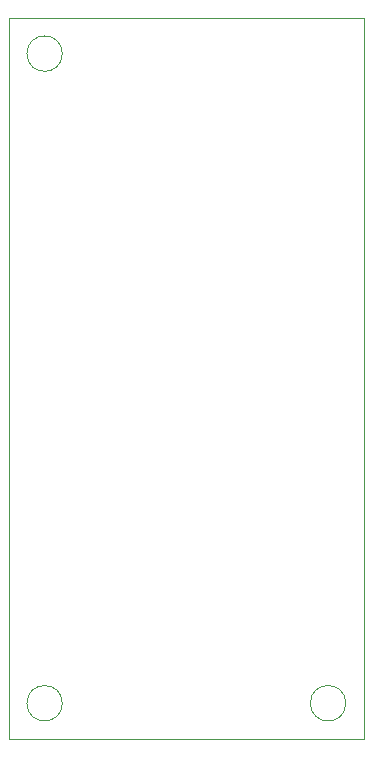
<source format=gbr>
G04 #@! TF.GenerationSoftware,KiCad,Pcbnew,(5.1.4)-1*
G04 #@! TF.CreationDate,2020-12-03T17:42:17+01:00*
G04 #@! TF.ProjectId,LoRa_Balloon,4c6f5261-5f42-4616-9c6c-6f6f6e2e6b69,2*
G04 #@! TF.SameCoordinates,Original*
G04 #@! TF.FileFunction,Profile,NP*
%FSLAX46Y46*%
G04 Gerber Fmt 4.6, Leading zero omitted, Abs format (unit mm)*
G04 Created by KiCad (PCBNEW (5.1.4)-1) date 2020-12-03 17:42:17*
%MOMM*%
%LPD*%
G04 APERTURE LIST*
%ADD10C,0.050000*%
G04 APERTURE END LIST*
D10*
X104500000Y-104000000D02*
G75*
G03X104500000Y-104000000I-1500000J0D01*
G01*
X128500000Y-159000000D02*
G75*
G03X128500000Y-159000000I-1500000J0D01*
G01*
X104500000Y-159000000D02*
G75*
G03X104500000Y-159000000I-1500000J0D01*
G01*
X100000000Y-162000000D02*
X130000000Y-162000000D01*
X130000000Y-101000000D02*
X130000000Y-162000000D01*
X100000000Y-101000000D02*
X130000000Y-101000000D01*
X100000000Y-101000000D02*
X100000000Y-162000000D01*
M02*

</source>
